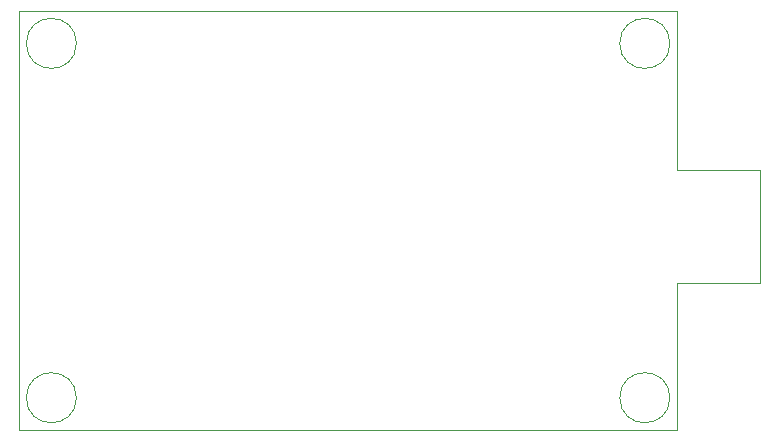
<source format=gbr>
%TF.GenerationSoftware,KiCad,Pcbnew,8.0.8-8.0.8-0~ubuntu24.04.1*%
%TF.CreationDate,2025-02-07T13:21:19-05:00*%
%TF.ProjectId,snowboard,736e6f77-626f-4617-9264-2e6b69636164,rev?*%
%TF.SameCoordinates,Original*%
%TF.FileFunction,Profile,NP*%
%FSLAX46Y46*%
G04 Gerber Fmt 4.6, Leading zero omitted, Abs format (unit mm)*
G04 Created by KiCad (PCBNEW 8.0.8-8.0.8-0~ubuntu24.04.1) date 2025-02-07 13:21:19*
%MOMM*%
%LPD*%
G01*
G04 APERTURE LIST*
%TA.AperFunction,Profile*%
%ADD10C,0.050000*%
%TD*%
%TA.AperFunction,Profile*%
%ADD11C,0.100000*%
%TD*%
G04 APERTURE END LIST*
D10*
X185500000Y-144500000D02*
X129750000Y-144500000D01*
D11*
X192500000Y-132000000D02*
X185500000Y-132000000D01*
D10*
X185500000Y-109000000D02*
X185500000Y-122500000D01*
X134621320Y-111750000D02*
G75*
G02*
X130378680Y-111750000I-2121320J0D01*
G01*
X130378680Y-111750000D02*
G75*
G02*
X134621320Y-111750000I2121320J0D01*
G01*
X134621320Y-141750000D02*
G75*
G02*
X130378680Y-141750000I-2121320J0D01*
G01*
X130378680Y-141750000D02*
G75*
G02*
X134621320Y-141750000I2121320J0D01*
G01*
X129750000Y-109000000D02*
X185500000Y-109000000D01*
X184871320Y-111750000D02*
G75*
G02*
X180628680Y-111750000I-2121320J0D01*
G01*
X180628680Y-111750000D02*
G75*
G02*
X184871320Y-111750000I2121320J0D01*
G01*
D11*
X192500000Y-122500000D02*
X192500000Y-132000000D01*
D10*
X129750000Y-109000000D02*
X129750000Y-144500000D01*
X184871320Y-141750000D02*
G75*
G02*
X180628680Y-141750000I-2121320J0D01*
G01*
X180628680Y-141750000D02*
G75*
G02*
X184871320Y-141750000I2121320J0D01*
G01*
D11*
X185500000Y-122500000D02*
X192500000Y-122500000D01*
D10*
X185500000Y-144500000D02*
X185500000Y-132000000D01*
M02*

</source>
